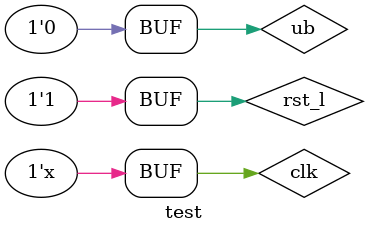
<source format=v>

`timescale 1ns / 1ps

module test;
reg clk, rst_l;
reg ub;
wire ubsing;

single_pulse sp1(.clk(clk), .rst_l(rst_l), .ub(ub), .ubsing(ubsing));

always #5 clk = ~clk;

initial begin
	ub = 0;
	clk = 0;
	rst_l = 0;
	#25;
	rst_l = 1;
	#30;
	ub = 1;
	#50;
	ub = 0;
end

`ifdef __ICARUS__
  initial
  begin
	$dumpfile("single_pulse.vcd");
    $dumpvars(0, test);
	#200;
	$finish;
  end
`endif

endmodule


</source>
